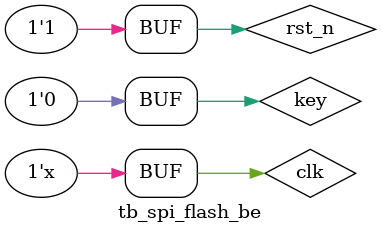
<source format=v>
`timescale  1ns/1ns

module  tb_spi_flash_be();

//wire  define
wire    cs_n;
wire    sck ;
wire    mosi ;

//reg   define
reg     clk     ;
reg     rst_n   ;
reg     key     ;

//时钟、复位信号、模拟按键信号
initial
    begin
        clk =   0;
        rst_n   <=  0;
        key <=  0;
        #100
        rst_n   <=  1;
        #1000
        key <=  1;
        #20
        key <=  0;
    end

always  #10 clk <=  ~clk;

defparam memory.mem_access.initfile = "initmemory.txt";

//-------------spi_flash_erase-------------
spi_flash_be    spi_flash_be_inst
(
    .sys_clk    (clk    ),  //系统时钟，频率50MHz
    .sys_rst_n  (rst_n  ),  //复位信号,低电平有效
    .pi_key     (key    ),  //按键输入信号

    .sck        (sck    ),  //串行时钟
    .cs_n       (cs_n   ),  //片选信号
    .mosi       (mosi   )   //主输出从输入数据
);

m25p16  memory
(
    .c          (sck    ),  //输入串行时钟,频率12.5Mhz,1bit
    .data_in    (mosi   ),  //输入串行指令或数据,1bit
    .s          (cs_n   ),  //输入片选信号,1bit
    .w          (1'b1   ),  //输入写保护信号,低有效,1bit
    .hold       (1'b1   ),  //输入hold信号,低有效,1bit

    .data_out   (       )   //输出串行数据
);

endmodule
</source>
